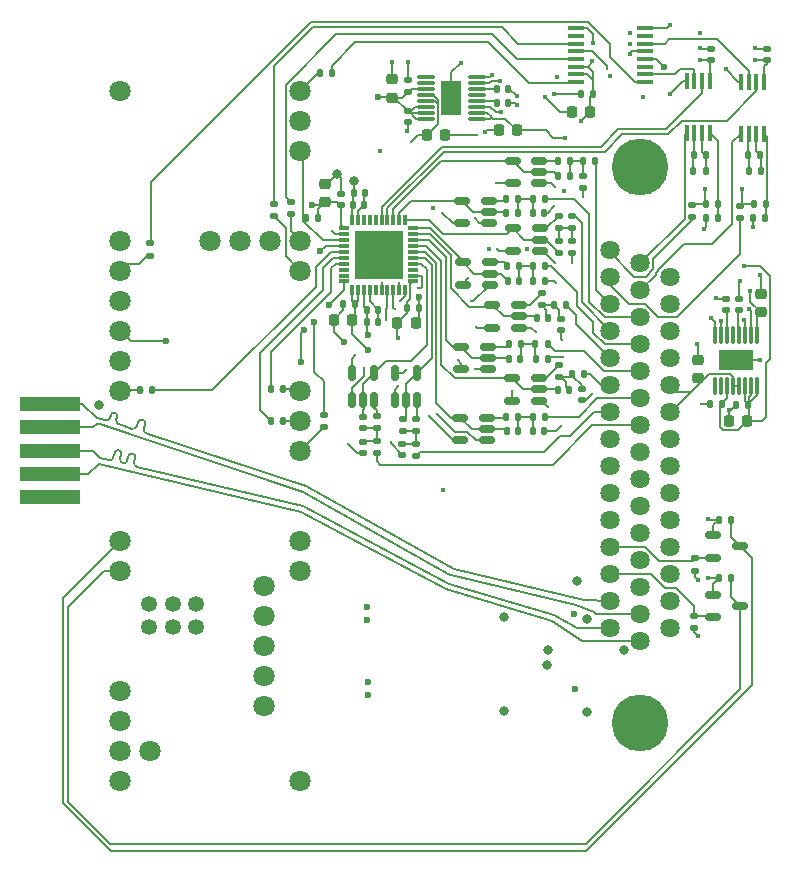
<source format=gbl>
G04 #@! TF.GenerationSoftware,KiCad,Pcbnew,7.0.11*
G04 #@! TF.CreationDate,2024-12-14T07:48:54-05:00*
G04 #@! TF.ProjectId,accessory_v2,61636365-7373-46f7-9279-5f76322e6b69,rev?*
G04 #@! TF.SameCoordinates,Original*
G04 #@! TF.FileFunction,Copper,L4,Bot*
G04 #@! TF.FilePolarity,Positive*
%FSLAX46Y46*%
G04 Gerber Fmt 4.6, Leading zero omitted, Abs format (unit mm)*
G04 Created by KiCad (PCBNEW 7.0.11) date 2024-12-14 07:48:54*
%MOMM*%
%LPD*%
G01*
G04 APERTURE LIST*
G04 Aperture macros list*
%AMRoundRect*
0 Rectangle with rounded corners*
0 $1 Rounding radius*
0 $2 $3 $4 $5 $6 $7 $8 $9 X,Y pos of 4 corners*
0 Add a 4 corners polygon primitive as box body*
4,1,4,$2,$3,$4,$5,$6,$7,$8,$9,$2,$3,0*
0 Add four circle primitives for the rounded corners*
1,1,$1+$1,$2,$3*
1,1,$1+$1,$4,$5*
1,1,$1+$1,$6,$7*
1,1,$1+$1,$8,$9*
0 Add four rect primitives between the rounded corners*
20,1,$1+$1,$2,$3,$4,$5,0*
20,1,$1+$1,$4,$5,$6,$7,0*
20,1,$1+$1,$6,$7,$8,$9,0*
20,1,$1+$1,$8,$9,$2,$3,0*%
G04 Aperture macros list end*
G04 #@! TA.AperFunction,ComponentPad*
%ADD10C,1.638000*%
G04 #@! TD*
G04 #@! TA.AperFunction,ComponentPad*
%ADD11C,4.801000*%
G04 #@! TD*
G04 #@! TA.AperFunction,SMDPad,CuDef*
%ADD12R,5.200000X1.250000*%
G04 #@! TD*
G04 #@! TA.AperFunction,ComponentPad*
%ADD13C,1.800000*%
G04 #@! TD*
G04 #@! TA.AperFunction,ComponentPad*
%ADD14C,1.350000*%
G04 #@! TD*
G04 #@! TA.AperFunction,SMDPad,CuDef*
%ADD15RoundRect,0.135000X0.135000X0.185000X-0.135000X0.185000X-0.135000X-0.185000X0.135000X-0.185000X0*%
G04 #@! TD*
G04 #@! TA.AperFunction,SMDPad,CuDef*
%ADD16RoundRect,0.140000X-0.170000X0.140000X-0.170000X-0.140000X0.170000X-0.140000X0.170000X0.140000X0*%
G04 #@! TD*
G04 #@! TA.AperFunction,SMDPad,CuDef*
%ADD17R,0.450000X1.400000*%
G04 #@! TD*
G04 #@! TA.AperFunction,SMDPad,CuDef*
%ADD18RoundRect,0.135000X0.185000X-0.135000X0.185000X0.135000X-0.185000X0.135000X-0.185000X-0.135000X0*%
G04 #@! TD*
G04 #@! TA.AperFunction,SMDPad,CuDef*
%ADD19RoundRect,0.150000X0.512500X0.150000X-0.512500X0.150000X-0.512500X-0.150000X0.512500X-0.150000X0*%
G04 #@! TD*
G04 #@! TA.AperFunction,SMDPad,CuDef*
%ADD20RoundRect,0.140000X-0.140000X-0.170000X0.140000X-0.170000X0.140000X0.170000X-0.140000X0.170000X0*%
G04 #@! TD*
G04 #@! TA.AperFunction,SMDPad,CuDef*
%ADD21RoundRect,0.140000X0.140000X0.170000X-0.140000X0.170000X-0.140000X-0.170000X0.140000X-0.170000X0*%
G04 #@! TD*
G04 #@! TA.AperFunction,SMDPad,CuDef*
%ADD22RoundRect,0.035000X0.690000X0.105000X-0.690000X0.105000X-0.690000X-0.105000X0.690000X-0.105000X0*%
G04 #@! TD*
G04 #@! TA.AperFunction,SMDPad,CuDef*
%ADD23R,1.651000X2.845000*%
G04 #@! TD*
G04 #@! TA.AperFunction,SMDPad,CuDef*
%ADD24RoundRect,0.225000X-0.250000X0.225000X-0.250000X-0.225000X0.250000X-0.225000X0.250000X0.225000X0*%
G04 #@! TD*
G04 #@! TA.AperFunction,SMDPad,CuDef*
%ADD25RoundRect,0.225000X0.225000X0.250000X-0.225000X0.250000X-0.225000X-0.250000X0.225000X-0.250000X0*%
G04 #@! TD*
G04 #@! TA.AperFunction,SMDPad,CuDef*
%ADD26RoundRect,0.225000X-0.225000X-0.250000X0.225000X-0.250000X0.225000X0.250000X-0.225000X0.250000X0*%
G04 #@! TD*
G04 #@! TA.AperFunction,SMDPad,CuDef*
%ADD27RoundRect,0.140000X0.170000X-0.140000X0.170000X0.140000X-0.170000X0.140000X-0.170000X-0.140000X0*%
G04 #@! TD*
G04 #@! TA.AperFunction,SMDPad,CuDef*
%ADD28RoundRect,0.135000X-0.185000X0.135000X-0.185000X-0.135000X0.185000X-0.135000X0.185000X0.135000X0*%
G04 #@! TD*
G04 #@! TA.AperFunction,SMDPad,CuDef*
%ADD29RoundRect,0.135000X-0.135000X-0.185000X0.135000X-0.185000X0.135000X0.185000X-0.135000X0.185000X0*%
G04 #@! TD*
G04 #@! TA.AperFunction,SMDPad,CuDef*
%ADD30R,1.475000X0.450000*%
G04 #@! TD*
G04 #@! TA.AperFunction,SMDPad,CuDef*
%ADD31RoundRect,0.150000X0.150000X-0.512500X0.150000X0.512500X-0.150000X0.512500X-0.150000X-0.512500X0*%
G04 #@! TD*
G04 #@! TA.AperFunction,SMDPad,CuDef*
%ADD32RoundRect,0.035000X-0.105000X0.690000X-0.105000X-0.690000X0.105000X-0.690000X0.105000X0.690000X0*%
G04 #@! TD*
G04 #@! TA.AperFunction,SMDPad,CuDef*
%ADD33R,2.845000X1.651000*%
G04 #@! TD*
G04 #@! TA.AperFunction,SMDPad,CuDef*
%ADD34RoundRect,0.150000X-0.512500X-0.150000X0.512500X-0.150000X0.512500X0.150000X-0.512500X0.150000X0*%
G04 #@! TD*
G04 #@! TA.AperFunction,SMDPad,CuDef*
%ADD35R,0.300000X0.850000*%
G04 #@! TD*
G04 #@! TA.AperFunction,SMDPad,CuDef*
%ADD36R,0.850000X0.300000*%
G04 #@! TD*
G04 #@! TA.AperFunction,SMDPad,CuDef*
%ADD37R,4.050000X4.050000*%
G04 #@! TD*
G04 #@! TA.AperFunction,SMDPad,CuDef*
%ADD38RoundRect,0.225000X0.250000X-0.225000X0.250000X0.225000X-0.250000X0.225000X-0.250000X-0.225000X0*%
G04 #@! TD*
G04 #@! TA.AperFunction,ViaPad*
%ADD39C,0.800000*%
G04 #@! TD*
G04 #@! TA.AperFunction,ViaPad*
%ADD40C,0.600000*%
G04 #@! TD*
G04 #@! TA.AperFunction,ViaPad*
%ADD41C,0.450000*%
G04 #@! TD*
G04 #@! TA.AperFunction,ViaPad*
%ADD42C,0.300000*%
G04 #@! TD*
G04 #@! TA.AperFunction,Conductor*
%ADD43C,0.200000*%
G04 #@! TD*
G04 APERTURE END LIST*
D10*
X50460000Y-55869000D03*
X50460000Y-53583000D03*
X50460000Y-51297000D03*
X50460000Y-49011000D03*
X50460000Y-46725000D03*
X50460000Y-44439000D03*
X50460000Y-42153000D03*
X50460000Y-39867000D03*
X50460000Y-37581000D03*
X50460000Y-35295000D03*
X50460000Y-33009000D03*
X50460000Y-30723000D03*
X50460000Y-28437000D03*
X50460000Y-26151000D03*
X50460000Y-23865000D03*
X53000000Y-57012000D03*
X53000000Y-54726000D03*
X53000000Y-52440000D03*
X53000000Y-50154000D03*
X53000000Y-47868000D03*
X53000000Y-45582000D03*
X53000000Y-43296000D03*
X53000000Y-41010000D03*
X53000000Y-38724000D03*
X53000000Y-36438000D03*
X53000000Y-34152000D03*
X53000000Y-31866000D03*
X53000000Y-29580000D03*
X53000000Y-27294000D03*
X53000000Y-25008000D03*
X55540000Y-55869000D03*
X55540000Y-53583000D03*
X55540000Y-51297000D03*
X55540000Y-49011000D03*
X55540000Y-46725000D03*
X55540000Y-44439000D03*
X55540000Y-42153000D03*
X55540000Y-39867000D03*
X55540000Y-37581000D03*
X55540000Y-35295000D03*
X55540000Y-33009000D03*
X55540000Y-30723000D03*
X55540000Y-28437000D03*
X55540000Y-26151000D03*
D11*
X53000000Y-63895000D03*
X53000000Y-16855000D03*
D12*
X3000000Y-36875000D03*
X3000000Y-38875000D03*
X3000000Y-40875000D03*
X3000000Y-42875000D03*
X3000000Y-44775000D03*
D13*
X8980000Y-63720000D03*
X19140000Y-23080000D03*
X21170000Y-62450000D03*
X24220000Y-51020000D03*
X24220000Y-48480000D03*
X24220000Y-40860000D03*
X24220000Y-38320000D03*
X24220000Y-35780000D03*
X8980000Y-35780000D03*
X8980000Y-48480000D03*
X8980000Y-51020000D03*
X8980000Y-61180000D03*
X24220000Y-25620000D03*
X24220000Y-23080000D03*
X24220000Y-15460000D03*
X24220000Y-12920000D03*
X24220000Y-10380000D03*
X8980000Y-10380000D03*
X8980000Y-23080000D03*
X8980000Y-25620000D03*
X8980000Y-28160000D03*
X8980000Y-30700000D03*
X21170000Y-57370000D03*
X21170000Y-59910000D03*
X24220000Y-68800000D03*
X8980000Y-33240000D03*
X8980000Y-66260000D03*
X16600000Y-23080000D03*
D14*
X13430000Y-53830000D03*
X13430000Y-55830000D03*
X11430000Y-55830000D03*
X11430000Y-53830000D03*
X15430000Y-53830000D03*
X15430000Y-55830000D03*
D13*
X21170000Y-54830000D03*
X21170000Y-52290000D03*
X21680000Y-23080000D03*
X8980000Y-68800000D03*
X11520000Y-66260000D03*
D15*
X49160000Y-16340000D03*
X48140000Y-16340000D03*
X47107500Y-16327500D03*
X46087500Y-16327500D03*
X44960000Y-25252500D03*
X43940000Y-25252500D03*
D16*
X46097500Y-23140000D03*
X46097500Y-24100000D03*
D17*
X63505000Y-14010000D03*
X62855000Y-14010000D03*
X62205000Y-14010000D03*
X61555000Y-14010000D03*
X61555000Y-9610000D03*
X62205000Y-9610000D03*
X62855000Y-9610000D03*
X63505000Y-9610000D03*
D18*
X34020000Y-39230000D03*
X34020000Y-38210000D03*
D19*
X42770000Y-28535000D03*
X42770000Y-29485000D03*
X42770000Y-30435000D03*
X40495000Y-30435000D03*
X40495000Y-28535000D03*
D16*
X47217500Y-23150000D03*
X47217500Y-24110000D03*
D18*
X57580000Y-55880000D03*
X57580000Y-54860000D03*
D16*
X48140000Y-17650000D03*
X48140000Y-18610000D03*
D20*
X58940000Y-36880000D03*
X59900000Y-36880000D03*
D21*
X47037500Y-17607500D03*
X46077500Y-17607500D03*
D22*
X39160000Y-9260000D03*
X39160000Y-9760000D03*
X39160000Y-10260000D03*
X39160000Y-10760000D03*
X39160000Y-11260000D03*
X39160000Y-11760000D03*
X39160000Y-12260000D03*
X39160000Y-12760000D03*
X34840000Y-12760000D03*
X34840000Y-12260000D03*
X34840000Y-11760000D03*
X34840000Y-11260000D03*
X34840000Y-10760000D03*
X34840000Y-10260000D03*
X34840000Y-9760000D03*
X34840000Y-9260000D03*
D23*
X37000000Y-11010000D03*
D15*
X42692500Y-38005000D03*
X41672500Y-38005000D03*
D21*
X42855000Y-33142500D03*
X41895000Y-33142500D03*
D24*
X63220000Y-27605000D03*
X63220000Y-29155000D03*
D25*
X36495000Y-14160000D03*
X34945000Y-14160000D03*
D18*
X30702500Y-41100000D03*
X30702500Y-40080000D03*
X22020000Y-21000000D03*
X22020000Y-19980000D03*
D21*
X41830000Y-10250000D03*
X40870000Y-10250000D03*
D20*
X61160000Y-36970000D03*
X62120000Y-36970000D03*
X29860000Y-29960000D03*
X30820000Y-29960000D03*
D19*
X40070000Y-38070000D03*
X40070000Y-39020000D03*
X40070000Y-39970000D03*
X37795000Y-39970000D03*
X37795000Y-38070000D03*
D15*
X11695000Y-35740000D03*
X10675000Y-35740000D03*
X22750000Y-35670000D03*
X21730000Y-35670000D03*
D26*
X41025000Y-13730000D03*
X42575000Y-13730000D03*
D19*
X44410000Y-34727500D03*
X44410000Y-35677500D03*
X44410000Y-36627500D03*
X42135000Y-36627500D03*
X42135000Y-34727500D03*
X40170000Y-19700000D03*
X40170000Y-20650000D03*
X40170000Y-21600000D03*
X37895000Y-21600000D03*
X37895000Y-19700000D03*
D27*
X29522500Y-38950000D03*
X29522500Y-37990000D03*
D28*
X61420000Y-20160000D03*
X61420000Y-21180000D03*
D16*
X48042500Y-35620000D03*
X48042500Y-36580000D03*
X60310000Y-28020000D03*
X60310000Y-28980000D03*
D20*
X43970000Y-26482500D03*
X44930000Y-26482500D03*
D16*
X29500000Y-40110000D03*
X29500000Y-41070000D03*
D15*
X58550000Y-15860000D03*
X57530000Y-15860000D03*
D18*
X26210000Y-38880000D03*
X26210000Y-37860000D03*
D29*
X62640000Y-19990000D03*
X63660000Y-19990000D03*
D19*
X44477500Y-16330000D03*
X44477500Y-17280000D03*
X44477500Y-18230000D03*
X42202500Y-18230000D03*
X42202500Y-16330000D03*
D25*
X48781000Y-12192000D03*
X47231000Y-12192000D03*
D28*
X57420000Y-20080000D03*
X57420000Y-21100000D03*
D21*
X41830000Y-11400000D03*
X40870000Y-11400000D03*
D28*
X47237500Y-21020000D03*
X47237500Y-22040000D03*
D30*
X53458000Y-5105000D03*
X53458000Y-5755000D03*
X53458000Y-6405000D03*
X53458000Y-7055000D03*
X53458000Y-7705000D03*
X53458000Y-8355000D03*
X53458000Y-9005000D03*
X53458000Y-9655000D03*
X47582000Y-9655000D03*
X47582000Y-9005000D03*
X47582000Y-8355000D03*
X47582000Y-7705000D03*
X47582000Y-7055000D03*
X47582000Y-6405000D03*
X47582000Y-5755000D03*
X47582000Y-5105000D03*
D29*
X58550000Y-19940000D03*
X59570000Y-19940000D03*
D25*
X28605000Y-29810000D03*
X27055000Y-29810000D03*
D15*
X42780000Y-25232500D03*
X41760000Y-25232500D03*
D31*
X30482500Y-36557500D03*
X29532500Y-36557500D03*
X28582500Y-36557500D03*
X28582500Y-34282500D03*
X30482500Y-34282500D03*
D21*
X29620000Y-20060000D03*
X28660000Y-20060000D03*
D18*
X34020000Y-41290000D03*
X34020000Y-40270000D03*
D24*
X57920000Y-33175000D03*
X57920000Y-34725000D03*
D27*
X63720000Y-7820000D03*
X63720000Y-6860000D03*
D32*
X59360000Y-31040000D03*
X59860000Y-31040000D03*
X60360000Y-31040000D03*
X60860000Y-31040000D03*
X61360000Y-31040000D03*
X61860000Y-31040000D03*
X62360000Y-31040000D03*
X62860000Y-31040000D03*
X62860000Y-35360000D03*
X62360000Y-35360000D03*
X61860000Y-35360000D03*
X61360000Y-35360000D03*
X60860000Y-35360000D03*
X60360000Y-35360000D03*
X59860000Y-35360000D03*
X59360000Y-35360000D03*
D33*
X61110000Y-33200000D03*
D21*
X42682500Y-39185000D03*
X41722500Y-39185000D03*
D29*
X59680000Y-46710000D03*
X60700000Y-46710000D03*
D16*
X46302500Y-29725000D03*
X46302500Y-30685000D03*
D19*
X40257500Y-24920000D03*
X40257500Y-25870000D03*
X40257500Y-26820000D03*
X37982500Y-26820000D03*
X37982500Y-24920000D03*
D15*
X25730000Y-21200000D03*
X24710000Y-21200000D03*
X26890000Y-8850000D03*
X25870000Y-8850000D03*
D27*
X27640000Y-20080000D03*
X27640000Y-19120000D03*
D26*
X32455000Y-30030000D03*
X34005000Y-30030000D03*
D21*
X45222500Y-29615000D03*
X44262500Y-29615000D03*
D18*
X30700000Y-38970000D03*
X30700000Y-37950000D03*
D15*
X48292500Y-34390000D03*
X47272500Y-34390000D03*
D20*
X43922500Y-20712500D03*
X44882500Y-20712500D03*
D15*
X58540000Y-17220000D03*
X57520000Y-17220000D03*
X63200000Y-17220000D03*
X62180000Y-17220000D03*
D24*
X31970000Y-9425000D03*
X31970000Y-10975000D03*
D15*
X46762500Y-28545000D03*
X45742500Y-28545000D03*
D27*
X32937500Y-39160000D03*
X32937500Y-38200000D03*
D15*
X42885000Y-31822500D03*
X41865000Y-31822500D03*
D20*
X44215000Y-33102500D03*
X45175000Y-33102500D03*
D15*
X42682500Y-19542500D03*
X41662500Y-19542500D03*
X44922500Y-19542500D03*
X43902500Y-19542500D03*
D18*
X11510000Y-24340000D03*
X11510000Y-23320000D03*
X57670000Y-51010000D03*
X57670000Y-49990000D03*
D19*
X44535000Y-22050000D03*
X44535000Y-23000000D03*
X44535000Y-23950000D03*
X42260000Y-23950000D03*
X42260000Y-22050000D03*
D18*
X46132500Y-34630000D03*
X46132500Y-33610000D03*
D15*
X63600000Y-21170000D03*
X62580000Y-21170000D03*
X59620000Y-21140000D03*
X58600000Y-21140000D03*
D21*
X42750000Y-26472500D03*
X41790000Y-26472500D03*
X42642500Y-20742500D03*
X41682500Y-20742500D03*
X48994000Y-10668000D03*
X48034000Y-10668000D03*
D17*
X58895000Y-13960000D03*
X58245000Y-13960000D03*
X57595000Y-13960000D03*
X56945000Y-13960000D03*
X56945000Y-9560000D03*
X57595000Y-9560000D03*
X58245000Y-9560000D03*
X58895000Y-9560000D03*
D15*
X22765000Y-38320000D03*
X21745000Y-38320000D03*
D31*
X34122500Y-36547500D03*
X33172500Y-36547500D03*
X32222500Y-36547500D03*
X32222500Y-34272500D03*
X34122500Y-34272500D03*
D20*
X29860000Y-28920000D03*
X30820000Y-28920000D03*
D21*
X29740000Y-19010000D03*
X28780000Y-19010000D03*
D27*
X59030000Y-7810000D03*
X59030000Y-6850000D03*
D26*
X60505000Y-38360000D03*
X62055000Y-38360000D03*
D16*
X33370000Y-9500000D03*
X33370000Y-10460000D03*
D18*
X44662500Y-28555000D03*
X44662500Y-27535000D03*
D15*
X63180000Y-15850000D03*
X62160000Y-15850000D03*
D16*
X61380000Y-28030000D03*
X61380000Y-28990000D03*
X32870000Y-40270000D03*
X32870000Y-41230000D03*
D34*
X59212500Y-49920000D03*
X59212500Y-48020000D03*
X61487500Y-48970000D03*
D18*
X46097500Y-22030000D03*
X46097500Y-21010000D03*
X23430000Y-20790000D03*
X23430000Y-19770000D03*
D15*
X44952500Y-37985000D03*
X43932500Y-37985000D03*
D21*
X28840000Y-28450000D03*
X27880000Y-28450000D03*
D35*
X33110000Y-27240000D03*
X32610000Y-27240000D03*
X32110000Y-27240000D03*
X31610000Y-27240000D03*
X31110000Y-27240000D03*
X30610000Y-27240000D03*
X30110000Y-27240000D03*
X29610000Y-27240000D03*
X29110000Y-27240000D03*
X28610000Y-27240000D03*
D36*
X27910000Y-26540000D03*
X27910000Y-26040000D03*
X27910000Y-25540000D03*
X27910000Y-25040000D03*
X27910000Y-24540000D03*
X27910000Y-24040000D03*
X27910000Y-23540000D03*
X27910000Y-23040000D03*
X27910000Y-22540000D03*
X27910000Y-22040000D03*
D35*
X28610000Y-21340000D03*
X29110000Y-21340000D03*
X29610000Y-21340000D03*
X30110000Y-21340000D03*
X30610000Y-21340000D03*
X31110000Y-21340000D03*
X31610000Y-21340000D03*
X32110000Y-21340000D03*
X32610000Y-21340000D03*
X33110000Y-21340000D03*
D36*
X33810000Y-22040000D03*
X33810000Y-22540000D03*
X33810000Y-23040000D03*
X33810000Y-23540000D03*
X33810000Y-24040000D03*
X33810000Y-24540000D03*
X33810000Y-25040000D03*
X33810000Y-25540000D03*
X33810000Y-26040000D03*
X33810000Y-26540000D03*
D37*
X30860000Y-24290000D03*
D19*
X40102500Y-32060000D03*
X40102500Y-33010000D03*
X40102500Y-33960000D03*
X37827500Y-33960000D03*
X37827500Y-32060000D03*
D29*
X59720000Y-51660000D03*
X60740000Y-51660000D03*
D38*
X26320000Y-19805000D03*
X26320000Y-18255000D03*
D27*
X33310000Y-13070000D03*
X33310000Y-12110000D03*
D21*
X46982500Y-35690000D03*
X46022500Y-35690000D03*
D20*
X43942500Y-39195000D03*
X44902500Y-39195000D03*
D34*
X59202500Y-54950000D03*
X59202500Y-53050000D03*
X61477500Y-54000000D03*
D15*
X45165000Y-31852500D03*
X44145000Y-31852500D03*
D20*
X33280000Y-28750000D03*
X34240000Y-28750000D03*
D39*
X51670000Y-57750000D03*
X45110000Y-59000000D03*
X48520000Y-55130000D03*
X47680000Y-51920000D03*
X41480000Y-54970000D03*
X48530000Y-62980000D03*
X41440000Y-62870000D03*
X45190000Y-57720000D03*
D40*
X30840000Y-10940000D03*
D41*
X57895000Y-51810000D03*
X57895000Y-56530000D03*
D40*
X55050000Y-8405000D03*
D39*
X7150000Y-36960000D03*
D42*
X32230000Y-28910000D03*
X33560000Y-28000000D03*
D41*
X32520000Y-31350000D03*
X61840000Y-25270000D03*
D42*
X30660000Y-23520000D03*
X36270000Y-20720000D03*
X47210000Y-24950000D03*
D40*
X29890000Y-55170000D03*
D42*
X38440000Y-26270000D03*
X32620000Y-26630000D03*
D41*
X42590000Y-11620000D03*
X58100000Y-5520000D03*
D42*
X46440000Y-32950000D03*
D41*
X40220000Y-23820000D03*
D42*
X48910000Y-36060000D03*
D41*
X53240000Y-10920000D03*
D42*
X48170000Y-19350000D03*
D41*
X62600000Y-21940000D03*
D42*
X39160000Y-14140000D03*
D41*
X33300000Y-13840000D03*
X60500000Y-37430000D03*
D42*
X29400000Y-23790000D03*
D41*
X58390000Y-22100000D03*
D42*
X39120000Y-30370000D03*
D41*
X52160000Y-6430000D03*
X52140000Y-5470000D03*
X63170000Y-26020000D03*
D42*
X45900000Y-26680000D03*
D41*
X59860000Y-29850000D03*
D42*
X46420000Y-31510000D03*
D41*
X35430000Y-20340000D03*
X42550000Y-10870000D03*
X59030000Y-29670000D03*
D42*
X35100000Y-37910000D03*
X29230000Y-25880000D03*
X28870000Y-32790000D03*
D40*
X27890000Y-31640000D03*
D42*
X28270000Y-40280000D03*
D41*
X41158404Y-9533598D03*
D40*
X29890000Y-54090000D03*
X29950000Y-60410000D03*
D42*
X29400000Y-24820000D03*
X32670000Y-23650000D03*
D41*
X61835000Y-29840000D03*
X31970000Y-7930000D03*
D42*
X30660000Y-22820000D03*
D40*
X29930000Y-61560000D03*
D42*
X31890000Y-40110000D03*
X40830000Y-18240000D03*
D41*
X58070000Y-6780000D03*
D42*
X46280000Y-38800000D03*
D40*
X34250000Y-27880000D03*
D41*
X62750000Y-6810000D03*
X36335000Y-44185000D03*
X52140000Y-7240000D03*
X45940000Y-9205000D03*
X50490000Y-9120000D03*
D42*
X42150000Y-35840000D03*
X32690000Y-24750000D03*
D41*
X41220000Y-12230000D03*
D42*
X40920000Y-23800000D03*
D41*
X40470000Y-9085000D03*
D42*
X32720000Y-25760000D03*
D40*
X26670000Y-28510000D03*
D41*
X63150000Y-33200000D03*
D42*
X58140000Y-36880000D03*
D41*
X61480000Y-26500000D03*
D42*
X32630000Y-22790000D03*
D41*
X37800000Y-8035000D03*
D39*
X27370000Y-17420000D03*
D41*
X33390000Y-7940000D03*
X45720000Y-10668000D03*
D42*
X45720000Y-20190000D03*
D41*
X60260000Y-8540000D03*
D42*
X30660000Y-24250000D03*
X33190000Y-34000000D03*
D41*
X43440000Y-23790000D03*
D40*
X47420000Y-54660000D03*
D41*
X39900000Y-13870000D03*
D39*
X28810000Y-18020000D03*
D41*
X57810000Y-31850000D03*
X55496232Y-10666232D03*
X59390000Y-27940000D03*
D40*
X47480000Y-61000000D03*
D42*
X26890000Y-22270000D03*
X29380000Y-22700000D03*
X30190000Y-25900000D03*
D40*
X29950000Y-31030000D03*
D41*
X44958000Y-10922000D03*
D42*
X34220000Y-27100000D03*
X37550000Y-33210000D03*
D41*
X55570000Y-4800000D03*
D42*
X31470000Y-29840000D03*
D41*
X48958768Y-7841232D03*
X58730000Y-51630000D03*
X48006000Y-12954000D03*
X58780000Y-46680000D03*
X49022000Y-6350000D03*
X30988000Y-15494000D03*
D40*
X25250000Y-20090000D03*
D41*
X58470000Y-18690000D03*
X61610000Y-18680000D03*
X46640000Y-14375000D03*
D42*
X39000000Y-21200000D03*
X45820000Y-24970000D03*
D41*
X62320000Y-27320000D03*
D42*
X45180000Y-37160000D03*
D41*
X58040000Y-7810000D03*
D40*
X29924000Y-32330000D03*
D42*
X29620000Y-33830000D03*
D41*
X62220000Y-28860000D03*
X62740000Y-7820000D03*
D42*
X45790000Y-18580000D03*
X44190000Y-30830000D03*
X32480000Y-35430000D03*
X35830000Y-37760000D03*
X39050000Y-33940000D03*
D41*
X46540000Y-18880000D03*
D42*
X38680000Y-28170000D03*
D40*
X12830000Y-31620000D03*
X25430000Y-29980000D03*
X25940000Y-24000000D03*
D42*
X33640000Y-14730000D03*
X31120000Y-26670000D03*
D40*
X24280000Y-33350000D03*
X24540000Y-30670000D03*
D42*
X50180000Y-8560000D03*
X32675000Y-28175000D03*
D43*
X40860000Y-10260000D02*
X40870000Y-10250000D01*
X39160000Y-10260000D02*
X40860000Y-10260000D01*
X33970000Y-11760000D02*
X34840000Y-11760000D01*
X34060000Y-12760000D02*
X34840000Y-12760000D01*
X31970000Y-10975000D02*
X32855000Y-10975000D01*
X57670000Y-51010000D02*
X57670000Y-51585000D01*
X57580000Y-55880000D02*
X57580000Y-56215000D01*
X54350000Y-7705000D02*
X53458000Y-7705000D01*
X33410000Y-12110000D02*
X34060000Y-12760000D01*
X33570000Y-10260000D02*
X34840000Y-10260000D01*
X32175000Y-10975000D02*
X33310000Y-12110000D01*
X33310000Y-12110000D02*
X33410000Y-12110000D01*
X57670000Y-51585000D02*
X57895000Y-51810000D01*
X55050000Y-8405000D02*
X54564500Y-7919500D01*
X33460000Y-12260000D02*
X34840000Y-12260000D01*
X57580000Y-56215000D02*
X57895000Y-56530000D01*
X33310000Y-12110000D02*
X33620000Y-12110000D01*
X32855000Y-10975000D02*
X33370000Y-10460000D01*
X33370000Y-10460000D02*
X33570000Y-10260000D01*
X33310000Y-12110000D02*
X33460000Y-12260000D01*
X54564500Y-7919500D02*
X54350000Y-7705000D01*
X30840000Y-10940000D02*
X31935000Y-10940000D01*
X31935000Y-10940000D02*
X31970000Y-10975000D01*
X33620000Y-12110000D02*
X33970000Y-11760000D01*
X31970000Y-10975000D02*
X32175000Y-10975000D01*
X40870000Y-11400000D02*
X40730000Y-11260000D01*
X40730000Y-11260000D02*
X39160000Y-11260000D01*
X60385000Y-31015000D02*
X60385000Y-29055000D01*
X60385000Y-29055000D02*
X60310000Y-28980000D01*
X60360000Y-31040000D02*
X60385000Y-31015000D01*
X61310000Y-29060000D02*
X61380000Y-28990000D01*
X61310000Y-30990000D02*
X61310000Y-29060000D01*
X61360000Y-31040000D02*
X61310000Y-30990000D01*
X60860000Y-35360000D02*
X60860000Y-34590268D01*
X57320000Y-35860000D02*
X55599000Y-37581000D01*
X61360000Y-35360000D02*
X60860000Y-35360000D01*
X57340000Y-35860000D02*
X57320000Y-35860000D01*
X58865000Y-34335000D02*
X57340000Y-35860000D01*
X60860000Y-34590268D02*
X60604732Y-34335000D01*
X32110000Y-28790000D02*
X32230000Y-28910000D01*
X60604732Y-34335000D02*
X58865000Y-34335000D01*
X32110000Y-27240000D02*
X32110000Y-28790000D01*
X56105000Y-35860000D02*
X57340000Y-35860000D01*
X55540000Y-35295000D02*
X56105000Y-35860000D01*
X55599000Y-37581000D02*
X55540000Y-37581000D01*
X32455000Y-31285000D02*
X32520000Y-31350000D01*
X33280000Y-28280000D02*
X33280000Y-28750000D01*
X32455000Y-30030000D02*
X32455000Y-31285000D01*
X33560000Y-26790000D02*
X33560000Y-28000000D01*
X33560000Y-28000000D02*
X33280000Y-28280000D01*
X33280000Y-29205000D02*
X33280000Y-28750000D01*
X33810000Y-26540000D02*
X33560000Y-26790000D01*
X32455000Y-30030000D02*
X33280000Y-29205000D01*
X30110000Y-28210000D02*
X30110000Y-27240000D01*
X30820000Y-29960000D02*
X30820000Y-28920000D01*
X30820000Y-28920000D02*
X30110000Y-28210000D01*
X29620000Y-19130000D02*
X29740000Y-19010000D01*
X29110000Y-20570000D02*
X29620000Y-20060000D01*
X29110000Y-21340000D02*
X29110000Y-20570000D01*
X29620000Y-20060000D02*
X29620000Y-19130000D01*
X59755000Y-37025000D02*
X59755000Y-38833696D01*
X62860000Y-36190000D02*
X62860000Y-35360000D01*
X60056304Y-39135000D02*
X61280000Y-39135000D01*
X62235000Y-37045000D02*
X62130000Y-36940000D01*
X62235000Y-38240000D02*
X62235000Y-37045000D01*
X63690000Y-38020000D02*
X63690000Y-33450000D01*
X61860000Y-36670000D02*
X61860000Y-35360000D01*
X59755000Y-38833696D02*
X60056304Y-39135000D01*
X62370000Y-36170000D02*
X62370000Y-35370000D01*
X63995000Y-33085000D02*
X63995000Y-26102537D01*
X62055000Y-38360000D02*
X63350000Y-38360000D01*
X63350000Y-38360000D02*
X63690000Y-38020000D01*
X62180000Y-36890000D02*
X62180000Y-36360000D01*
X61830000Y-25260000D02*
X61840000Y-25270000D01*
X59900000Y-36880000D02*
X59755000Y-37025000D01*
X62130000Y-36920000D02*
X62860000Y-36190000D01*
X62130000Y-36940000D02*
X62180000Y-36890000D01*
X63142463Y-25250000D02*
X61830000Y-25250000D01*
X60360000Y-36420000D02*
X60360000Y-35360000D01*
X59900000Y-36880000D02*
X60360000Y-36420000D01*
X62130000Y-36940000D02*
X62130000Y-36920000D01*
X63660000Y-33420000D02*
X63995000Y-33085000D01*
X62180000Y-36360000D02*
X62370000Y-36170000D01*
X63690000Y-33450000D02*
X63660000Y-33420000D01*
X62370000Y-35370000D02*
X62360000Y-35360000D01*
X61280000Y-39135000D02*
X62055000Y-38360000D01*
X62130000Y-36940000D02*
X61860000Y-36670000D01*
X61830000Y-25250000D02*
X61830000Y-25260000D01*
X63995000Y-26102537D02*
X63142463Y-25250000D01*
X60505000Y-38360000D02*
X60505000Y-37435000D01*
X53458000Y-7055000D02*
X52325000Y-7055000D01*
X29860000Y-28920000D02*
X29610000Y-28670000D01*
X34250000Y-28740000D02*
X34240000Y-28750000D01*
X48140000Y-18610000D02*
X48140000Y-19320000D01*
X32222500Y-34272500D02*
X32917500Y-34272500D01*
X33810000Y-26040000D02*
X34485000Y-26040000D01*
X42135000Y-36627500D02*
X42135000Y-35855000D01*
X48140000Y-19320000D02*
X48170000Y-19350000D01*
X28610000Y-21340000D02*
X28610000Y-20110000D01*
X32610000Y-26640000D02*
X32620000Y-26630000D01*
X60310000Y-28020000D02*
X59470000Y-28020000D01*
X63220000Y-27605000D02*
X63220000Y-26070000D01*
X59470000Y-28020000D02*
X59390000Y-27940000D01*
X58600000Y-21890000D02*
X58390000Y-22100000D01*
X44902500Y-39195000D02*
X45885000Y-39195000D01*
X28660000Y-19130000D02*
X28780000Y-19010000D01*
X48390000Y-36580000D02*
X48910000Y-36060000D01*
X32917500Y-34272500D02*
X33190000Y-34000000D01*
X45175000Y-33102500D02*
X45327500Y-32950000D01*
X28780000Y-19010000D02*
X28780000Y-18050000D01*
X27910000Y-27270000D02*
X26670000Y-28510000D01*
X58140000Y-6850000D02*
X58070000Y-6780000D01*
X60500000Y-37430000D02*
X60700000Y-37430000D01*
X37000000Y-11010000D02*
X37000000Y-8835000D01*
X47231000Y-12192000D02*
X46228000Y-12192000D01*
X61555000Y-9610000D02*
X61330000Y-9610000D01*
X58940000Y-36880000D02*
X58140000Y-36880000D01*
X63720000Y-6860000D02*
X62800000Y-6860000D01*
X28582500Y-34282500D02*
X28582500Y-33077500D01*
X27880000Y-28985000D02*
X27055000Y-29810000D01*
X42202500Y-18230000D02*
X40840000Y-18230000D01*
X57920000Y-31960000D02*
X57810000Y-31850000D01*
X41830000Y-11400000D02*
X42370000Y-11400000D01*
X39140000Y-14160000D02*
X39160000Y-14140000D01*
X27640000Y-17690000D02*
X27370000Y-17420000D01*
X62580000Y-21920000D02*
X62600000Y-21940000D01*
X59360000Y-30000000D02*
X59030000Y-29670000D01*
X40250000Y-9760000D02*
X40476402Y-9533598D01*
X29500000Y-41070000D02*
X29060000Y-41070000D01*
X61860000Y-29865000D02*
X61860000Y-31040000D01*
X29860000Y-29960000D02*
X29860000Y-28920000D01*
X41070000Y-23950000D02*
X40920000Y-23800000D01*
X59860000Y-29850000D02*
X59860000Y-31040000D01*
X40840000Y-18230000D02*
X40830000Y-18240000D01*
X32870000Y-41230000D02*
X31890000Y-40250000D01*
X33370000Y-7960000D02*
X33390000Y-7940000D01*
X27880000Y-28450000D02*
X27880000Y-28985000D01*
X40040000Y-13730000D02*
X39900000Y-13870000D01*
X44882500Y-20712500D02*
X45197500Y-20712500D01*
X37000000Y-8835000D02*
X37800000Y-8035000D01*
X29860000Y-30940000D02*
X29950000Y-31030000D01*
X34535000Y-26090000D02*
X34535000Y-26990000D01*
X40476402Y-9533598D02*
X41158404Y-9533598D01*
X42135000Y-35855000D02*
X42150000Y-35840000D01*
X33370000Y-9500000D02*
X33370000Y-7960000D01*
X58600000Y-21140000D02*
X58600000Y-21890000D01*
X26320000Y-18255000D02*
X26535000Y-18255000D01*
X47217500Y-24110000D02*
X47217500Y-24942500D01*
X59030000Y-6850000D02*
X58140000Y-6850000D01*
X34425000Y-27100000D02*
X34220000Y-27100000D01*
X27910000Y-22540000D02*
X27150000Y-22540000D01*
X36495000Y-14160000D02*
X39140000Y-14160000D01*
X27890000Y-31640000D02*
X27055000Y-30805000D01*
X60505000Y-37435000D02*
X60500000Y-37430000D01*
X60700000Y-37430000D02*
X61160000Y-36970000D01*
X37982500Y-26727500D02*
X38440000Y-26270000D01*
X27150000Y-22540000D02*
X26890000Y-22280000D01*
X27055000Y-30805000D02*
X27055000Y-29810000D01*
X27910000Y-26540000D02*
X27910000Y-27270000D01*
X37982500Y-26820000D02*
X37982500Y-26727500D01*
X34230000Y-27900000D02*
X34250000Y-27880000D01*
X26910000Y-22290000D02*
X26890000Y-22270000D01*
X39160000Y-9260000D02*
X40295000Y-9260000D01*
X55496232Y-10666232D02*
X56602464Y-9560000D01*
X30660000Y-24250000D02*
X30860000Y-24290000D01*
X57920000Y-33175000D02*
X57920000Y-31960000D01*
X42260000Y-23950000D02*
X41070000Y-23950000D01*
X56602464Y-9560000D02*
X56945000Y-9560000D01*
X42370000Y-11400000D02*
X42590000Y-11620000D01*
X40763866Y-12230000D02*
X41220000Y-12230000D01*
X52325000Y-7055000D02*
X52140000Y-7240000D01*
X48034000Y-10668000D02*
X45720000Y-10668000D01*
X41930000Y-10250000D02*
X42550000Y-10870000D01*
X34250000Y-27880000D02*
X34250000Y-28740000D01*
X28610000Y-20110000D02*
X28660000Y-20060000D01*
X61330000Y-9610000D02*
X60260000Y-8540000D01*
X40293866Y-11760000D02*
X40763866Y-12230000D01*
X37160000Y-39970000D02*
X37795000Y-39970000D01*
X32660000Y-26090000D02*
X30660000Y-24250000D01*
X35100000Y-37910000D02*
X37160000Y-39970000D01*
X31970000Y-9425000D02*
X31970000Y-7930000D01*
X61110000Y-33200000D02*
X63150000Y-33200000D01*
X63220000Y-26070000D02*
X63170000Y-26020000D01*
X40295000Y-9260000D02*
X40470000Y-9085000D01*
X61835000Y-29840000D02*
X61860000Y-29865000D01*
X33310000Y-13070000D02*
X33310000Y-13830000D01*
X41025000Y-13730000D02*
X40040000Y-13730000D01*
X46228000Y-12192000D02*
X44958000Y-10922000D01*
X44930000Y-26482500D02*
X45702500Y-26482500D01*
X61380000Y-26600000D02*
X61480000Y-26500000D01*
X62580000Y-21170000D02*
X62580000Y-21920000D01*
X29860000Y-29960000D02*
X29860000Y-30940000D01*
X61380000Y-28030000D02*
X61380000Y-26600000D01*
X46302500Y-30685000D02*
X46302500Y-31392500D01*
X45197500Y-20712500D02*
X45720000Y-20190000D01*
X34240000Y-29795000D02*
X34005000Y-30030000D01*
X29610000Y-28670000D02*
X29610000Y-27240000D01*
X34230000Y-28080000D02*
X34230000Y-27900000D01*
X34535000Y-26990000D02*
X34425000Y-27100000D01*
X47217500Y-24942500D02*
X47210000Y-24950000D01*
X59360000Y-31040000D02*
X59360000Y-30000000D01*
X34240000Y-28750000D02*
X34240000Y-29795000D01*
X29060000Y-41070000D02*
X28270000Y-40280000D01*
X36270000Y-20720000D02*
X37150000Y-21600000D01*
X46302500Y-31392500D02*
X46420000Y-31510000D01*
X45885000Y-39195000D02*
X46280000Y-38800000D01*
X39185000Y-30435000D02*
X39120000Y-30370000D01*
X37827500Y-33960000D02*
X37827500Y-33487500D01*
X31890000Y-40250000D02*
X31890000Y-40110000D01*
X62800000Y-6860000D02*
X62750000Y-6810000D01*
X34485000Y-26040000D02*
X34535000Y-26090000D01*
X37827500Y-33487500D02*
X37550000Y-33210000D01*
X48042500Y-36580000D02*
X48390000Y-36580000D01*
X37150000Y-21600000D02*
X37895000Y-21600000D01*
X27640000Y-19120000D02*
X27640000Y-17690000D01*
X40495000Y-30435000D02*
X39185000Y-30435000D01*
X45327500Y-32950000D02*
X46440000Y-32950000D01*
X28780000Y-18050000D02*
X28810000Y-18020000D01*
X28660000Y-20060000D02*
X28660000Y-19130000D01*
X39160000Y-11760000D02*
X40293866Y-11760000D01*
X26535000Y-18255000D02*
X27370000Y-17420000D01*
X32610000Y-27240000D02*
X32610000Y-26640000D01*
X33310000Y-13830000D02*
X33300000Y-13840000D01*
X45702500Y-26482500D02*
X45900000Y-26680000D01*
X27910000Y-28420000D02*
X27880000Y-28450000D01*
X39160000Y-9760000D02*
X40250000Y-9760000D01*
X28582500Y-33077500D02*
X28870000Y-32790000D01*
X41830000Y-10250000D02*
X41930000Y-10250000D01*
X31470000Y-28902053D02*
X31610000Y-28762053D01*
X55265000Y-5105000D02*
X53458000Y-5105000D01*
X31610000Y-28762053D02*
X31610000Y-27240000D01*
X55570000Y-4800000D02*
X55265000Y-5105000D01*
X31470000Y-29840000D02*
X31470000Y-28902053D01*
X63660000Y-21110000D02*
X63600000Y-21170000D01*
X63770000Y-19880000D02*
X63660000Y-19990000D01*
X63770000Y-14275000D02*
X63770000Y-19880000D01*
X63505000Y-14010000D02*
X63770000Y-14275000D01*
X63660000Y-19990000D02*
X63660000Y-21110000D01*
X58540000Y-15870000D02*
X58550000Y-15860000D01*
X58245000Y-15555000D02*
X58245000Y-13960000D01*
X58540000Y-17220000D02*
X58540000Y-15870000D01*
X58550000Y-15860000D02*
X58245000Y-15555000D01*
X57530000Y-14025000D02*
X57595000Y-13960000D01*
X57520000Y-17220000D02*
X57520000Y-15870000D01*
X57530000Y-15860000D02*
X57530000Y-14025000D01*
X57520000Y-15870000D02*
X57530000Y-15860000D01*
X48994000Y-9479500D02*
X48519500Y-9005000D01*
X48768000Y-12192000D02*
X48006000Y-12954000D01*
X59680000Y-46710000D02*
X58810000Y-46710000D01*
X48559250Y-8355000D02*
X47582000Y-8355000D01*
X25250000Y-20090000D02*
X26035000Y-20090000D01*
X27365000Y-19805000D02*
X27640000Y-20080000D01*
X48781000Y-10881000D02*
X48994000Y-10668000D01*
X48781000Y-12192000D02*
X48768000Y-12192000D01*
X59212500Y-47177500D02*
X59680000Y-46710000D01*
X26035000Y-20090000D02*
X26320000Y-19805000D01*
X48994000Y-9479500D02*
X48994000Y-8789750D01*
X58760000Y-51660000D02*
X58730000Y-51630000D01*
X27640000Y-21770000D02*
X27910000Y-22040000D01*
X49022000Y-5607500D02*
X49022000Y-6350000D01*
X27910000Y-22040000D02*
X27810000Y-22040000D01*
X48519500Y-5105000D02*
X49022000Y-5607500D01*
X25730000Y-21200000D02*
X25730000Y-20395000D01*
X58810000Y-46710000D02*
X58780000Y-46680000D01*
X26550000Y-20100000D02*
X26610000Y-20040000D01*
X48958768Y-7955482D02*
X48958768Y-7841232D01*
X48781000Y-12192000D02*
X48781000Y-10881000D01*
X48559250Y-8355000D02*
X48958768Y-7955482D01*
X59202500Y-53050000D02*
X59202500Y-52177500D01*
X59720000Y-51660000D02*
X58760000Y-51660000D01*
X59212500Y-48020000D02*
X59212500Y-47177500D01*
X48994000Y-8789750D02*
X48559250Y-8355000D01*
X27640000Y-20080000D02*
X27640000Y-21770000D01*
X48519500Y-9005000D02*
X47582000Y-9005000D01*
X26320000Y-19805000D02*
X27365000Y-19805000D01*
X59202500Y-52177500D02*
X59720000Y-51660000D01*
X48994000Y-10668000D02*
X48994000Y-9479500D01*
X25730000Y-20395000D02*
X26320000Y-19805000D01*
X47582000Y-5105000D02*
X48519500Y-5105000D01*
X31610000Y-20320000D02*
X31610000Y-21340000D01*
X36390000Y-15540000D02*
X31610000Y-20320000D01*
X51480000Y-14070000D02*
X50010000Y-15540000D01*
X55400000Y-14070000D02*
X51480000Y-14070000D01*
X62855000Y-10425000D02*
X60320000Y-12960000D01*
X50010000Y-15540000D02*
X36390000Y-15540000D01*
X56510000Y-12960000D02*
X55400000Y-14070000D01*
X60320000Y-12960000D02*
X56510000Y-12960000D01*
X62855000Y-9610000D02*
X62855000Y-10425000D01*
X62640000Y-19990000D02*
X61590000Y-19990000D01*
X40565000Y-12755000D02*
X41600000Y-12755000D01*
X40070000Y-12260000D02*
X40440000Y-12630000D01*
X40440000Y-12630000D02*
X40565000Y-12755000D01*
X40310000Y-12760000D02*
X40440000Y-12630000D01*
X41600000Y-12755000D02*
X42575000Y-13730000D01*
X58470000Y-19860000D02*
X58550000Y-19940000D01*
X39160000Y-12760000D02*
X40310000Y-12760000D01*
X45010000Y-13730000D02*
X42575000Y-13730000D01*
X61610000Y-18680000D02*
X61610000Y-19970000D01*
X61590000Y-19990000D02*
X61420000Y-20160000D01*
X61610000Y-19970000D02*
X61420000Y-20160000D01*
X39160000Y-12260000D02*
X40070000Y-12260000D01*
X46640000Y-14375000D02*
X45655000Y-14375000D01*
X58550000Y-19940000D02*
X57560000Y-19940000D01*
X45655000Y-14375000D02*
X45010000Y-13730000D01*
X57560000Y-19940000D02*
X57420000Y-20080000D01*
X58470000Y-18690000D02*
X58470000Y-19860000D01*
X28605000Y-31011000D02*
X28605000Y-29810000D01*
X28600000Y-28210000D02*
X28600000Y-27250000D01*
X37320000Y-39250000D02*
X35830000Y-37760000D01*
X29924000Y-32330000D02*
X28605000Y-31011000D01*
X28600000Y-27250000D02*
X28610000Y-27240000D01*
X44410000Y-36627500D02*
X44627500Y-36627500D01*
X62860000Y-31040000D02*
X62860000Y-29550000D01*
X39400000Y-21600000D02*
X40170000Y-21600000D01*
X28840000Y-28450000D02*
X29110000Y-28180000D01*
X44800000Y-23950000D02*
X45820000Y-24970000D01*
X28582500Y-35585552D02*
X29620000Y-34548052D01*
X28605000Y-29810000D02*
X28830000Y-29585000D01*
X32222500Y-35687500D02*
X32480000Y-35430000D01*
X63505000Y-9610000D02*
X63505000Y-8325000D01*
X43795000Y-30435000D02*
X44190000Y-30830000D01*
X59030000Y-7810000D02*
X58040000Y-7810000D01*
X39098052Y-39970000D02*
X38378052Y-39250000D01*
X45440000Y-18230000D02*
X45790000Y-18580000D01*
X32222500Y-36547500D02*
X32222500Y-35687500D01*
X44477500Y-18230000D02*
X45440000Y-18230000D01*
X28830000Y-29585000D02*
X28830000Y-28460000D01*
X39070000Y-33960000D02*
X39050000Y-33940000D01*
X63505000Y-8325000D02*
X63720000Y-8110000D01*
X28840000Y-28450000D02*
X28600000Y-28210000D01*
X62220000Y-28860000D02*
X62360000Y-29000000D01*
X62360000Y-29000000D02*
X62360000Y-31040000D01*
X42770000Y-30435000D02*
X43795000Y-30435000D01*
X62320000Y-28255000D02*
X63220000Y-29155000D01*
X39000000Y-21200000D02*
X39400000Y-21600000D01*
X63720000Y-8110000D02*
X63720000Y-7820000D01*
X58895000Y-9560000D02*
X58895000Y-7945000D01*
X29620000Y-34548052D02*
X29620000Y-33830000D01*
X58895000Y-7945000D02*
X59030000Y-7810000D01*
X44627500Y-36627500D02*
X45200000Y-37200000D01*
X63720000Y-7820000D02*
X62740000Y-7820000D01*
X28830000Y-28460000D02*
X28840000Y-28450000D01*
X44535000Y-23950000D02*
X44800000Y-23950000D01*
X38887500Y-28190000D02*
X38690000Y-28190000D01*
X38378052Y-39250000D02*
X37320000Y-39250000D01*
X29110000Y-28180000D02*
X29110000Y-27240000D01*
X62320000Y-27320000D02*
X62320000Y-28255000D01*
X40102500Y-33960000D02*
X39070000Y-33960000D01*
X40257500Y-26820000D02*
X38887500Y-28190000D01*
X28582500Y-36557500D02*
X28582500Y-35585552D01*
X40070000Y-39970000D02*
X39098052Y-39970000D01*
X23020000Y-9882943D02*
X27292943Y-5610000D01*
X42545000Y-7705000D02*
X47582000Y-7705000D01*
X23430000Y-19770000D02*
X23020000Y-19360000D01*
X27292943Y-5610000D02*
X40450000Y-5610000D01*
X40450000Y-5610000D02*
X42545000Y-7705000D01*
X23020000Y-19360000D02*
X23020000Y-9882943D01*
X34020000Y-39230000D02*
X34020000Y-40270000D01*
X34020000Y-39230000D02*
X33007500Y-39230000D01*
X33185000Y-39160000D02*
X32937500Y-39160000D01*
X32870000Y-40270000D02*
X34020000Y-40270000D01*
X33007500Y-39230000D02*
X32937500Y-39160000D01*
X44145000Y-31852500D02*
X44145000Y-33032500D01*
X42885000Y-33112500D02*
X42855000Y-33142500D01*
X44145000Y-33032500D02*
X44215000Y-33102500D01*
X42885000Y-31822500D02*
X42885000Y-33112500D01*
X44115000Y-31822500D02*
X44145000Y-31852500D01*
X42885000Y-31822500D02*
X44115000Y-31822500D01*
X45030000Y-28922500D02*
X45030000Y-29422500D01*
X45030000Y-29422500D02*
X45222500Y-29615000D01*
X46110000Y-28912500D02*
X46110000Y-29532500D01*
X45742500Y-28545000D02*
X46110000Y-28912500D01*
X44672500Y-28545000D02*
X44662500Y-28555000D01*
X46110000Y-29532500D02*
X46302500Y-29725000D01*
X44662500Y-28555000D02*
X45030000Y-28922500D01*
X45742500Y-28545000D02*
X44672500Y-28545000D01*
X42770000Y-29485000D02*
X44132500Y-29485000D01*
X41445000Y-29485000D02*
X42770000Y-29485000D01*
X36950000Y-27090552D02*
X36950000Y-24300000D01*
X40495000Y-28535000D02*
X40350000Y-28680000D01*
X35190000Y-22540000D02*
X33810000Y-22540000D01*
X40495000Y-28535000D02*
X41445000Y-29485000D01*
X38539448Y-28680000D02*
X36950000Y-27090552D01*
X36950000Y-24300000D02*
X35190000Y-22540000D01*
X40350000Y-28680000D02*
X38539448Y-28680000D01*
X44132500Y-29485000D02*
X44262500Y-29615000D01*
X58895000Y-13960000D02*
X59570000Y-14635000D01*
X59570000Y-21090000D02*
X59620000Y-21140000D01*
X59570000Y-19940000D02*
X59570000Y-21090000D01*
X59570000Y-14635000D02*
X59570000Y-19940000D01*
X31110000Y-21340000D02*
X31110000Y-20254314D01*
X58245000Y-10605000D02*
X58245000Y-9560000D01*
X49650000Y-15140000D02*
X51140000Y-13650000D01*
X51140000Y-13650000D02*
X55200000Y-13650000D01*
X36224315Y-15140000D02*
X49650000Y-15140000D01*
X55200000Y-13650000D02*
X58245000Y-10605000D01*
X31110000Y-20254314D02*
X36224315Y-15140000D01*
X12830000Y-31620000D02*
X9900000Y-31620000D01*
X9900000Y-31620000D02*
X8980000Y-30700000D01*
X42682500Y-19542500D02*
X42682500Y-20702500D01*
X42682500Y-20702500D02*
X42642500Y-20742500D01*
X42682500Y-19542500D02*
X43902500Y-19542500D01*
X43902500Y-19542500D02*
X43902500Y-20692500D01*
X43902500Y-20692500D02*
X43922500Y-20712500D01*
X42692500Y-38005000D02*
X43912500Y-38005000D01*
X43932500Y-37985000D02*
X43932500Y-39185000D01*
X43932500Y-39185000D02*
X43942500Y-39195000D01*
X42692500Y-39175000D02*
X42682500Y-39185000D01*
X43912500Y-38005000D02*
X43932500Y-37985000D01*
X42692500Y-38005000D02*
X42692500Y-39175000D01*
X47237500Y-22040000D02*
X47237500Y-23130000D01*
X46097500Y-22030000D02*
X46097500Y-23140000D01*
X47237500Y-22040000D02*
X46107500Y-22040000D01*
X26820000Y-24040000D02*
X25530000Y-25330000D01*
X16760000Y-35740000D02*
X11695000Y-35740000D01*
X27910000Y-24040000D02*
X26820000Y-24040000D01*
X25530000Y-26970000D02*
X16760000Y-35740000D01*
X25530000Y-25330000D02*
X25530000Y-26970000D01*
X25430000Y-34180000D02*
X25430000Y-29980000D01*
X26210000Y-34960000D02*
X25430000Y-34180000D01*
X26400000Y-23540000D02*
X27910000Y-23540000D01*
X25940000Y-24000000D02*
X26400000Y-23540000D01*
X26210000Y-37860000D02*
X26210000Y-34960000D01*
X26140000Y-23040000D02*
X24490000Y-21390000D01*
X24490000Y-21390000D02*
X24490000Y-15730000D01*
X27910000Y-23040000D02*
X26140000Y-23040000D01*
X24490000Y-15730000D02*
X24220000Y-15460000D01*
X42260000Y-22050000D02*
X41770000Y-22540000D01*
X41770000Y-22540000D02*
X36321372Y-22540000D01*
X42260000Y-22050000D02*
X43210000Y-23000000D01*
X36321372Y-22540000D02*
X35121372Y-21340000D01*
X35121372Y-21340000D02*
X33110000Y-21340000D01*
X43210000Y-23000000D02*
X44535000Y-23000000D01*
X46097500Y-24100000D02*
X44997500Y-23000000D01*
X42780000Y-26442500D02*
X42750000Y-26472500D01*
X43940000Y-25252500D02*
X43940000Y-26452500D01*
X42780000Y-25232500D02*
X43920000Y-25232500D01*
X43940000Y-26452500D02*
X43970000Y-26482500D01*
X43920000Y-25232500D02*
X43940000Y-25252500D01*
X42780000Y-25232500D02*
X42780000Y-26442500D01*
X30700000Y-38970000D02*
X29542500Y-38970000D01*
X30702500Y-40080000D02*
X29530000Y-40080000D01*
X30700000Y-38970000D02*
X30700000Y-40077500D01*
X29530000Y-40080000D02*
X29500000Y-40110000D01*
X30700000Y-40077500D02*
X30702500Y-40080000D01*
X29542500Y-38970000D02*
X29522500Y-38950000D01*
X47107500Y-17537500D02*
X47037500Y-17607500D01*
X47120000Y-16340000D02*
X47107500Y-16327500D01*
X48140000Y-16340000D02*
X47120000Y-16340000D01*
X47107500Y-16327500D02*
X47107500Y-17537500D01*
X48140000Y-16340000D02*
X48140000Y-17650000D01*
X45750000Y-17280000D02*
X46077500Y-17607500D01*
X44477500Y-17280000D02*
X45750000Y-17280000D01*
X42202500Y-16330000D02*
X36165686Y-16330000D01*
X42202500Y-16330000D02*
X43152500Y-17280000D01*
X43152500Y-17280000D02*
X44477500Y-17280000D01*
X32110000Y-20385686D02*
X32110000Y-21340000D01*
X42202500Y-16330000D02*
X42152500Y-16380000D01*
X36165686Y-16330000D02*
X32110000Y-20385686D01*
X45550000Y-55260000D02*
X36580000Y-52600000D01*
X7170000Y-41960000D02*
X6255000Y-42875000D01*
X6255000Y-42875000D02*
X3000000Y-42875000D01*
X36580000Y-52600000D02*
X24260000Y-46050000D01*
X53000000Y-57012000D02*
X48092000Y-57012000D01*
X48092000Y-57012000D02*
X45550000Y-55260000D01*
X24260000Y-46050000D02*
X7170000Y-41960000D01*
X7260000Y-41470000D02*
X8050000Y-41657723D01*
X10384982Y-42212572D02*
X24430000Y-45550000D01*
X10254937Y-41462178D02*
X10162463Y-41851342D01*
X9217491Y-41935148D02*
X9217491Y-41935147D01*
X6665000Y-40875000D02*
X7260000Y-41470000D01*
X36820000Y-52180000D02*
X45720000Y-54780000D01*
X8411228Y-41435207D02*
X8503701Y-41046044D01*
X3000000Y-40875000D02*
X6665000Y-40875000D01*
X45720000Y-54780000D02*
X47669000Y-55869000D01*
X47669000Y-55869000D02*
X50460000Y-55869000D01*
X24430000Y-45550000D02*
X36820000Y-52180000D01*
X9087446Y-41184755D02*
X9087446Y-41184754D01*
X10384980Y-42212571D02*
X10384982Y-42212572D01*
X9578719Y-41712631D02*
X9671192Y-41323468D01*
X9087446Y-41184754D02*
X8994972Y-41573918D01*
X10254937Y-41462179D02*
X10254937Y-41462178D01*
X9217489Y-41935147D02*
X9217491Y-41935148D01*
X10032435Y-41100893D02*
G75*
G03*
X9671193Y-41323468I-69335J-291907D01*
G01*
X8864937Y-40823497D02*
G75*
G03*
X8503701Y-41046044I-69337J-291903D01*
G01*
X9087466Y-41184760D02*
G75*
G03*
X8864930Y-40823527I-291866J69360D01*
G01*
X8050004Y-41657707D02*
G75*
G03*
X8411228Y-41435207I69396J291807D01*
G01*
X9217474Y-41935220D02*
G75*
G03*
X9578719Y-41712631I69326J291920D01*
G01*
X10162440Y-41851337D02*
G75*
G03*
X10384980Y-42212570I291860J-69363D01*
G01*
X10254935Y-41462178D02*
G75*
G03*
X10032421Y-41100952I-291835J69378D01*
G01*
X8994970Y-41573918D02*
G75*
G03*
X9217489Y-41935147I291830J-69382D01*
G01*
X6990000Y-38590000D02*
X6705000Y-38875000D01*
X49306000Y-54726000D02*
X49130000Y-54550000D01*
X7315844Y-38590000D02*
X6990000Y-38590000D01*
X36740000Y-51270000D02*
X24470000Y-44340000D01*
X49130000Y-54550000D02*
X47540000Y-53930000D01*
X47540000Y-53930000D02*
X36980000Y-51400000D01*
X53000000Y-54726000D02*
X49306000Y-54726000D01*
X36980000Y-51400000D02*
X36740000Y-51270000D01*
X6705000Y-38875000D02*
X3000000Y-38875000D01*
X24470000Y-44340000D02*
X7315844Y-38590000D01*
X24700000Y-43870000D02*
X37220000Y-50860000D01*
X8094216Y-38094777D02*
X8169039Y-37848344D01*
X48290000Y-53530000D02*
X50460000Y-53583000D01*
X8743159Y-38022659D02*
X8668335Y-38269093D01*
X8868239Y-38643311D02*
X8868239Y-38643310D01*
X8094218Y-38094776D02*
X8094216Y-38094777D01*
X8868239Y-38643310D02*
X10016479Y-38991940D01*
X11091268Y-38611383D02*
X10965160Y-38990984D01*
X5785000Y-36875000D02*
X6980000Y-38070000D01*
X6980000Y-38070000D02*
X7720000Y-38294680D01*
X10395759Y-38801820D02*
X10395760Y-38801821D01*
X11155279Y-39370265D02*
X11155278Y-39370266D01*
X8743158Y-38022660D02*
X8743159Y-38022659D01*
X37220000Y-50860000D02*
X48290000Y-53530000D01*
X11155278Y-39370266D02*
X11322355Y-39425769D01*
X3000000Y-36875000D02*
X5785000Y-36875000D01*
X11322355Y-39425769D02*
X24700000Y-43870000D01*
X8543255Y-37648440D02*
X8543256Y-37648442D01*
X11091269Y-38611383D02*
X11091268Y-38611383D01*
X10395760Y-38801821D02*
X10521867Y-38422221D01*
X8743156Y-38022660D02*
G75*
G03*
X8543256Y-37648442I-287056J87160D01*
G01*
X10965227Y-38991006D02*
G75*
G03*
X11155279Y-39370264I284673J-94594D01*
G01*
X11091285Y-38611388D02*
G75*
G03*
X10901149Y-38232101I-284685J94588D01*
G01*
X10901162Y-38232062D02*
G75*
G03*
X10521867Y-38422221I-94562J-284738D01*
G01*
X8543255Y-37648439D02*
G75*
G03*
X8169039Y-37848344I-87155J-287061D01*
G01*
X10016504Y-38991866D02*
G75*
G03*
X10395758Y-38801820I94596J284666D01*
G01*
X7720020Y-38294616D02*
G75*
G03*
X8094217Y-38094776I87180J287016D01*
G01*
X8668338Y-38269094D02*
G75*
G03*
X8868239Y-38643310I287062J-87156D01*
G01*
X46742500Y-35040000D02*
X46742500Y-35450000D01*
X47032500Y-34630000D02*
X47272500Y-34390000D01*
X48042500Y-35340000D02*
X48042500Y-35620000D01*
X46132500Y-34630000D02*
X47032500Y-34630000D01*
X47272500Y-34390000D02*
X47272500Y-34570000D01*
X46742500Y-35450000D02*
X46982500Y-35690000D01*
X46132500Y-34630000D02*
X46332500Y-34630000D01*
X46332500Y-34630000D02*
X46742500Y-35040000D01*
X47272500Y-34570000D02*
X48042500Y-35340000D01*
X42135000Y-34727500D02*
X37291948Y-34727500D01*
X33820000Y-23550000D02*
X33810000Y-23540000D01*
X46010000Y-35677500D02*
X46022500Y-35690000D01*
X44410000Y-35677500D02*
X46010000Y-35677500D01*
X42135000Y-34727500D02*
X43085000Y-35677500D01*
X36150000Y-24810000D02*
X34880000Y-23540000D01*
X34880000Y-23540000D02*
X33810000Y-23540000D01*
X43085000Y-35677500D02*
X44410000Y-35677500D01*
X37291948Y-34727500D02*
X36150000Y-33585552D01*
X36150000Y-33585552D02*
X36150000Y-24810000D01*
X63180000Y-15850000D02*
X62855000Y-15525000D01*
X63200000Y-15870000D02*
X63180000Y-15850000D01*
X63200000Y-17220000D02*
X63200000Y-15870000D01*
X62855000Y-15525000D02*
X62855000Y-14010000D01*
X62180000Y-17220000D02*
X62180000Y-15870000D01*
X62160000Y-14055000D02*
X62205000Y-14010000D01*
X62160000Y-15850000D02*
X62160000Y-14055000D01*
X62180000Y-15870000D02*
X62160000Y-15850000D01*
X53000000Y-27294000D02*
X53000000Y-27108495D01*
X60800000Y-21640000D02*
X59070000Y-23370000D01*
X54519000Y-25637190D02*
X54316190Y-25840000D01*
X56690000Y-23370000D02*
X54519000Y-25541000D01*
X60800000Y-14765000D02*
X60800000Y-21640000D01*
X54316190Y-25977810D02*
X53000000Y-27294000D01*
X59070000Y-23370000D02*
X56690000Y-23370000D01*
X54519000Y-25541000D02*
X54519000Y-25637190D01*
X61555000Y-14010000D02*
X60800000Y-14765000D01*
X54316190Y-25840000D02*
X54316190Y-25977810D01*
X55085000Y-6405000D02*
X53458000Y-6405000D01*
X59540000Y-6045000D02*
X55445000Y-6045000D01*
X62205000Y-9610000D02*
X62205000Y-8710000D01*
X62205000Y-8710000D02*
X59540000Y-6045000D01*
X55445000Y-6045000D02*
X55085000Y-6405000D01*
X56800000Y-14105000D02*
X56800000Y-21208000D01*
X56800000Y-21208000D02*
X53000000Y-25008000D01*
X56945000Y-13960000D02*
X56800000Y-14105000D01*
X55975000Y-9005000D02*
X53458000Y-9005000D01*
X57595000Y-9560000D02*
X57595000Y-8660000D01*
X57495000Y-8560000D02*
X56420000Y-8560000D01*
X57595000Y-8660000D02*
X57495000Y-8560000D01*
X56420000Y-8560000D02*
X55975000Y-9005000D01*
X24220000Y-23080000D02*
X23430000Y-22290000D01*
X23430000Y-22290000D02*
X23430000Y-20790000D01*
X23020000Y-24420000D02*
X23020000Y-22000000D01*
X24220000Y-25620000D02*
X23020000Y-24420000D01*
X23020000Y-22000000D02*
X22020000Y-21000000D01*
X9540000Y-25060000D02*
X10560000Y-25060000D01*
X11280000Y-24340000D02*
X11510000Y-24340000D01*
X8980000Y-25620000D02*
X9540000Y-25060000D01*
X10560000Y-25060000D02*
X11280000Y-24340000D01*
X53957495Y-51297000D02*
X55124495Y-52464000D01*
X57580000Y-54860000D02*
X59112500Y-54860000D01*
X57580000Y-54040000D02*
X57580000Y-54860000D01*
X55124495Y-52464000D02*
X56004000Y-52464000D01*
X50460000Y-51297000D02*
X53957495Y-51297000D01*
X56004000Y-52464000D02*
X57580000Y-54040000D01*
X59112500Y-54860000D02*
X59202500Y-54950000D01*
X57482000Y-50178000D02*
X57670000Y-49990000D01*
X53439505Y-49011000D02*
X54606505Y-50178000D01*
X57670000Y-49990000D02*
X59142500Y-49990000D01*
X54606505Y-50178000D02*
X57482000Y-50178000D01*
X50460000Y-49011000D02*
X53439505Y-49011000D01*
X59142500Y-49990000D02*
X59212500Y-49920000D01*
X34122500Y-34272500D02*
X33172500Y-35222500D01*
X33810000Y-24540000D02*
X34748628Y-24540000D01*
X33172500Y-35222500D02*
X33172500Y-36547500D01*
X35350000Y-33045000D02*
X35350000Y-25141372D01*
X33172500Y-36547500D02*
X33172500Y-37965000D01*
X34122500Y-34272500D02*
X35350000Y-33045000D01*
X34748628Y-24540000D02*
X35350000Y-25141372D01*
X33172500Y-37965000D02*
X32937500Y-38200000D01*
X29522500Y-37990000D02*
X29522500Y-37435000D01*
X29532500Y-35232500D02*
X29532500Y-36557500D01*
X31455000Y-33310000D02*
X30482500Y-34282500D01*
X33578696Y-33310000D02*
X31455000Y-33310000D01*
X34490000Y-25040000D02*
X34940000Y-25490000D01*
X33810000Y-25040000D02*
X34490000Y-25040000D01*
X34940000Y-31948696D02*
X33578696Y-33310000D01*
X34940000Y-25490000D02*
X34940000Y-31948696D01*
X30482500Y-34282500D02*
X29532500Y-35232500D01*
X29522500Y-37435000D02*
X29730000Y-37227500D01*
X38745000Y-39020000D02*
X40070000Y-39020000D01*
X34814314Y-24040000D02*
X33810000Y-24040000D01*
X37795000Y-38070000D02*
X38745000Y-39020000D01*
X41557500Y-39020000D02*
X41722500Y-39185000D01*
X35750000Y-36802500D02*
X35750000Y-24975686D01*
X37795000Y-38070000D02*
X37017500Y-38070000D01*
X37017500Y-38070000D02*
X35750000Y-36802500D01*
X40070000Y-39020000D02*
X41557500Y-39020000D01*
X35750000Y-24975686D02*
X34814314Y-24040000D01*
X36550000Y-31477500D02*
X36550000Y-24465686D01*
X38777500Y-33010000D02*
X40102500Y-33010000D01*
X37132500Y-32060000D02*
X36550000Y-31477500D01*
X36550000Y-24465686D02*
X35124314Y-23040000D01*
X41762500Y-33010000D02*
X41895000Y-33142500D01*
X35124314Y-23040000D02*
X33810000Y-23040000D01*
X37827500Y-32060000D02*
X37132500Y-32060000D01*
X40102500Y-33010000D02*
X41762500Y-33010000D01*
X37827500Y-32060000D02*
X38777500Y-33010000D01*
X33810000Y-22040000D02*
X35255686Y-22040000D01*
X38932500Y-25870000D02*
X40257500Y-25870000D01*
X41187500Y-25870000D02*
X41790000Y-26472500D01*
X40257500Y-25870000D02*
X41187500Y-25870000D01*
X37982500Y-24766815D02*
X37982500Y-24920000D01*
X35255686Y-22040000D02*
X37982500Y-24766815D01*
X37982500Y-24920000D02*
X38932500Y-25870000D01*
X40170000Y-20650000D02*
X41590000Y-20650000D01*
X41590000Y-20650000D02*
X41682500Y-20742500D01*
X38845000Y-20650000D02*
X40170000Y-20650000D01*
X37895000Y-19700000D02*
X37885000Y-19710000D01*
X32610000Y-20700000D02*
X32610000Y-21340000D01*
X33600000Y-19710000D02*
X32610000Y-20700000D01*
X37895000Y-19700000D02*
X38845000Y-20650000D01*
X37885000Y-19710000D02*
X33600000Y-19710000D01*
X35609732Y-11260000D02*
X34840000Y-11260000D01*
X34210000Y-14160000D02*
X33640000Y-14730000D01*
X35865000Y-11155000D02*
X35865000Y-11515268D01*
X34945000Y-14160000D02*
X34210000Y-14160000D01*
X31110000Y-27240000D02*
X31110000Y-26670000D01*
X31110000Y-26670000D02*
X31120000Y-26660000D01*
X35470000Y-10760000D02*
X35865000Y-11155000D01*
X34945000Y-14160000D02*
X35865000Y-13240000D01*
X35865000Y-11515268D02*
X35609732Y-11260000D01*
X35865000Y-13240000D02*
X35865000Y-11515268D01*
X34840000Y-10760000D02*
X35470000Y-10760000D01*
X11570000Y-18154314D02*
X11570000Y-23180000D01*
X52545500Y-9655000D02*
X50430000Y-7539500D01*
X53458000Y-9655000D02*
X52545500Y-9655000D01*
X50430000Y-7539500D02*
X50430000Y-6390500D01*
X48609500Y-4570000D02*
X25154314Y-4570000D01*
X50430000Y-6390500D02*
X48609500Y-4570000D01*
X25154314Y-4570000D02*
X11570000Y-18154314D01*
X11570000Y-23180000D02*
X11580000Y-23190000D01*
X26890000Y-8300000D02*
X28890000Y-6300000D01*
X47507000Y-9730000D02*
X47582000Y-9655000D01*
X43590000Y-9730000D02*
X47507000Y-9730000D01*
X40160000Y-6300000D02*
X43590000Y-9730000D01*
X26890000Y-8850000D02*
X26890000Y-8300000D01*
X28890000Y-6300000D02*
X40160000Y-6300000D01*
X22020000Y-8270000D02*
X25320000Y-4970000D01*
X25320000Y-4970000D02*
X41270000Y-4970000D01*
X42705000Y-6405000D02*
X47582000Y-6405000D01*
X41270000Y-4970000D02*
X42705000Y-6405000D01*
X22020000Y-19980000D02*
X22020000Y-8270000D01*
X49084686Y-37581000D02*
X47035686Y-39630000D01*
X50460000Y-37581000D02*
X49084686Y-37581000D01*
X46190000Y-39630000D02*
X44840000Y-40980000D01*
X44840000Y-40980000D02*
X34330000Y-40980000D01*
X47035686Y-39630000D02*
X46190000Y-39630000D01*
X34020000Y-41375686D02*
X34020000Y-41290000D01*
X34330000Y-40980000D02*
X34020000Y-41290000D01*
X48780000Y-34390000D02*
X48292500Y-34390000D01*
X49685000Y-35295000D02*
X48780000Y-34390000D01*
X50460000Y-35295000D02*
X49685000Y-35295000D01*
X47610000Y-29392500D02*
X46762500Y-28545000D01*
X47610000Y-30159000D02*
X47610000Y-29392500D01*
X50460000Y-33009000D02*
X47610000Y-30159000D01*
X47457500Y-21020000D02*
X48050000Y-21612500D01*
X48050000Y-21612500D02*
X48050000Y-28313000D01*
X48050000Y-28313000D02*
X50460000Y-30723000D01*
X49280000Y-27257000D02*
X49280000Y-16460000D01*
X49280000Y-16460000D02*
X49160000Y-16340000D01*
X50460000Y-28437000D02*
X49280000Y-27257000D01*
X61420000Y-24230000D02*
X56094000Y-29556000D01*
X50460000Y-26854495D02*
X50460000Y-26151000D01*
X61420000Y-21180000D02*
X61420000Y-24230000D01*
X53422505Y-28420000D02*
X52025505Y-28420000D01*
X52025505Y-28420000D02*
X50460000Y-26854495D01*
X56094000Y-29556000D02*
X54558505Y-29556000D01*
X54558505Y-29556000D02*
X53422505Y-28420000D01*
X50460000Y-24060000D02*
X50460000Y-23865000D01*
X53463505Y-26127000D02*
X52527000Y-26127000D01*
X57420000Y-21330000D02*
X54119000Y-24631000D01*
X57420000Y-21100000D02*
X57420000Y-21330000D01*
X54119000Y-25471505D02*
X53463505Y-26127000D01*
X52527000Y-26127000D02*
X50460000Y-24060000D01*
X54119000Y-24631000D02*
X54119000Y-25471505D01*
X48946000Y-38724000D02*
X45590000Y-42080000D01*
X45590000Y-42080000D02*
X31012500Y-42080000D01*
X31012500Y-42080000D02*
X30702500Y-41770000D01*
X53000000Y-38724000D02*
X48946000Y-38724000D01*
X30702500Y-41770000D02*
X30702500Y-41100000D01*
X47815000Y-37985000D02*
X44952500Y-37985000D01*
X49362000Y-36438000D02*
X47815000Y-37985000D01*
X53000000Y-36438000D02*
X49362000Y-36438000D01*
X45764500Y-32452000D02*
X45165000Y-31852500D01*
X53000000Y-34152000D02*
X49932000Y-34152000D01*
X49932000Y-34152000D02*
X48232000Y-32452000D01*
X48232000Y-32452000D02*
X45764500Y-32452000D01*
X49020000Y-30010000D02*
X47650000Y-28640000D01*
X53000000Y-31866000D02*
X50020495Y-31866000D01*
X49020000Y-30865505D02*
X49020000Y-30010000D01*
X50020495Y-31866000D02*
X49020000Y-30865505D01*
X47650000Y-28640000D02*
X47650000Y-27450000D01*
X45452500Y-25252500D02*
X44960000Y-25252500D01*
X47650000Y-27450000D02*
X45452500Y-25252500D01*
X50020495Y-29580000D02*
X53000000Y-29580000D01*
X48690000Y-28249505D02*
X50020495Y-29580000D01*
X44922500Y-19542500D02*
X47402500Y-19542500D01*
X48690000Y-20830000D02*
X48690000Y-28249505D01*
X47402500Y-19542500D02*
X48690000Y-20830000D01*
X61477500Y-54000000D02*
X61477500Y-61072500D01*
X4570000Y-70570000D02*
X4570000Y-54100000D01*
X7650000Y-51020000D02*
X8980000Y-51020000D01*
X48420000Y-74130000D02*
X8130000Y-74130000D01*
X8130000Y-74130000D02*
X4570000Y-70570000D01*
X61477500Y-61072500D02*
X48420000Y-74130000D01*
X61477500Y-54000000D02*
X60740000Y-53262500D01*
X4570000Y-54100000D02*
X7650000Y-51020000D01*
X60740000Y-53262500D02*
X60740000Y-51660000D01*
X61487500Y-48970000D02*
X60700000Y-48182500D01*
X62440000Y-60700000D02*
X48380000Y-74760000D01*
X61487500Y-48970000D02*
X62440000Y-49922500D01*
X62440000Y-49922500D02*
X62440000Y-60700000D01*
X60700000Y-48182500D02*
X60700000Y-46710000D01*
X8194315Y-74760000D02*
X4110000Y-70675685D01*
X4110000Y-53350000D02*
X8980000Y-48480000D01*
X4110000Y-70675685D02*
X4110000Y-53350000D01*
X48380000Y-74760000D02*
X8194315Y-74760000D01*
X34122500Y-36547500D02*
X34122500Y-38107500D01*
X34122500Y-38107500D02*
X34020000Y-38210000D01*
X40102500Y-32060000D02*
X41627500Y-32060000D01*
X41627500Y-32060000D02*
X41865000Y-31822500D01*
X43662500Y-28535000D02*
X44662500Y-27535000D01*
X42770000Y-28535000D02*
X43662500Y-28535000D01*
X41505000Y-19700000D02*
X41662500Y-19542500D01*
X40170000Y-19700000D02*
X41505000Y-19700000D01*
X41607500Y-38070000D02*
X41672500Y-38005000D01*
X40070000Y-38070000D02*
X41607500Y-38070000D01*
X45057500Y-22050000D02*
X46097500Y-21010000D01*
X41447500Y-24920000D02*
X41760000Y-25232500D01*
X40257500Y-24920000D02*
X41447500Y-24920000D01*
X30700000Y-37435000D02*
X30700000Y-37950000D01*
X30482500Y-37217500D02*
X30700000Y-37435000D01*
X30482500Y-36557500D02*
X30482500Y-37217500D01*
X44477500Y-16330000D02*
X46085000Y-16330000D01*
X46085000Y-16330000D02*
X46087500Y-16327500D01*
X44410000Y-34727500D02*
X45015000Y-34727500D01*
X45015000Y-34727500D02*
X46132500Y-33610000D01*
X24110000Y-35670000D02*
X24220000Y-35780000D01*
X22490000Y-35670000D02*
X24110000Y-35670000D01*
X27235000Y-25040000D02*
X27910000Y-25040000D01*
X21730000Y-35670000D02*
X21730000Y-32530000D01*
X26860000Y-27400000D02*
X26860000Y-25415000D01*
X21730000Y-32530000D02*
X26860000Y-27400000D01*
X26860000Y-25415000D02*
X27235000Y-25040000D01*
X22505000Y-38320000D02*
X24220000Y-38320000D01*
X20840000Y-32565000D02*
X20840000Y-37415000D01*
X27030000Y-24540000D02*
X26160000Y-25410000D01*
X27910000Y-24540000D02*
X27030000Y-24540000D01*
X26160000Y-25410000D02*
X26160000Y-27245000D01*
X26160000Y-27245000D02*
X20840000Y-32565000D01*
X20840000Y-37415000D02*
X21745000Y-38320000D01*
X9020000Y-35740000D02*
X8980000Y-35780000D01*
X10935000Y-35740000D02*
X9020000Y-35740000D01*
X24050000Y-40690000D02*
X24220000Y-40860000D01*
X26200000Y-38880000D02*
X26210000Y-38880000D01*
X24220000Y-40860000D02*
X26200000Y-38880000D01*
X24540000Y-30670000D02*
X24280000Y-30930000D01*
X24280000Y-30930000D02*
X24280000Y-33350000D01*
X25750000Y-8850000D02*
X25870000Y-8850000D01*
X24220000Y-10380000D02*
X25750000Y-8850000D01*
X48915000Y-7055000D02*
X47582000Y-7055000D01*
X50180000Y-8560000D02*
X50180000Y-8320000D01*
X50180000Y-8320000D02*
X48915000Y-7055000D01*
X32675000Y-28175000D02*
X33110000Y-27740000D01*
X33110000Y-27740000D02*
X33110000Y-27240000D01*
M02*

</source>
